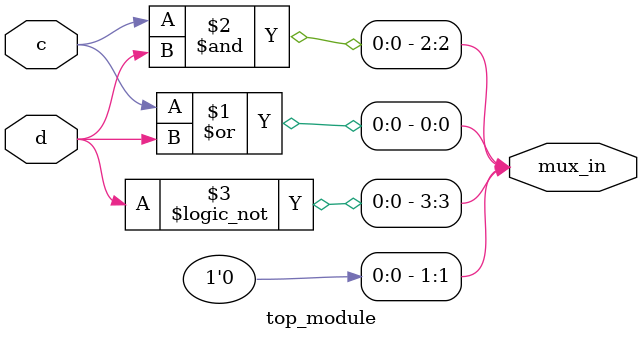
<source format=v>
module top_module (
    input c,
    input d,
    output [3:0] mux_in
); 

	assign mux_in[0] = c | d;
	assign mux_in[1] = 0;
	assign mux_in[2] = (c & d);
	assign mux_in[3] = !d;

endmodule

</source>
